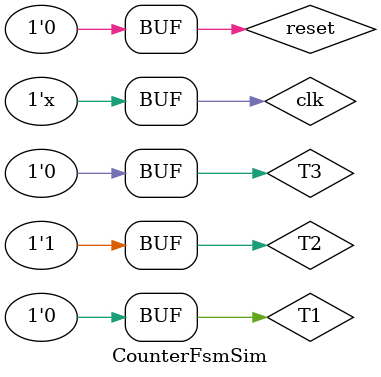
<source format=sv>
`timescale 1ns / 1ps


module CounterFsmSim();
    logic clk ;
    logic T1 ;
    logic T2 ;
    logic T3 ;
    logic reset ;
    logic [1:0] stateOut ; 
 // correr en 200ns para que se vea bien 
   Main counterFsmSim(
        .CLK100MHZ(clk),
        .BTNC(T1),
        .BTNU(reset),
        .BTNL(T2),
        .BTNR(T3),
        .stateOut(stateOut)
    );

    always #5 clk = ~clk ;

    initial begin 
        clk = 0;                                
        reset = 1;
        T1 = 0 ; 
        T2 = 0 ;
        T3 = 0 ; 
        #10
        reset = 0;
        #10
        T1 = 1 ;
        #10
        T1 = 0 ;
        T3 = 1 ;
        #10
        T3 = 0 ; 
        T2 = 1 ; 
        #100
        reset=1 ;
        #10
        reset=0 ; 


    end

endmodule

</source>
